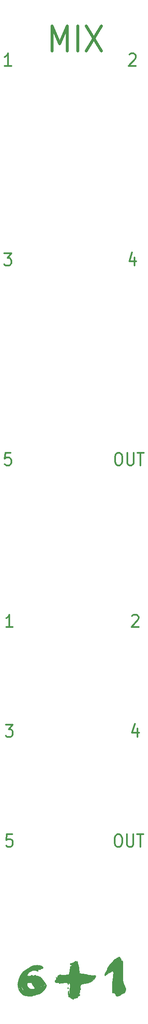
<source format=gbr>
G04 #@! TF.GenerationSoftware,KiCad,Pcbnew,(5.1.9)-1*
G04 #@! TF.CreationDate,2021-08-22T22:13:52+01:00*
G04 #@! TF.ProjectId,Simple Mixer Front Panel,53696d70-6c65-4204-9d69-786572204672,rev?*
G04 #@! TF.SameCoordinates,Original*
G04 #@! TF.FileFunction,Legend,Top*
G04 #@! TF.FilePolarity,Positive*
%FSLAX46Y46*%
G04 Gerber Fmt 4.6, Leading zero omitted, Abs format (unit mm)*
G04 Created by KiCad (PCBNEW (5.1.9)-1) date 2021-08-22 22:13:52*
%MOMM*%
%LPD*%
G01*
G04 APERTURE LIST*
%ADD10C,0.312500*%
%ADD11C,0.625000*%
%ADD12C,0.002000*%
%ADD13C,0.100000*%
G04 APERTURE END LIST*
D10*
X53961057Y-57632928D02*
X53961057Y-59299595D01*
X53425342Y-56680547D02*
X52889628Y-58466262D01*
X54282485Y-58466262D01*
X29350267Y-173190952D02*
X28278839Y-173190952D01*
X28171696Y-174381428D01*
X28278839Y-174262380D01*
X28493125Y-174143333D01*
X29028839Y-174143333D01*
X29243125Y-174262380D01*
X29350267Y-174381428D01*
X29457410Y-174619523D01*
X29457410Y-175214761D01*
X29350267Y-175452857D01*
X29243125Y-175571904D01*
X29028839Y-175690952D01*
X28493125Y-175690952D01*
X28278839Y-175571904D01*
X28171696Y-175452857D01*
X50529785Y-96799595D02*
X50958357Y-96799595D01*
X51172642Y-96918643D01*
X51386928Y-97156738D01*
X51494071Y-97632928D01*
X51494071Y-98466262D01*
X51386928Y-98942452D01*
X51172642Y-99180547D01*
X50958357Y-99299595D01*
X50529785Y-99299595D01*
X50315500Y-99180547D01*
X50101214Y-98942452D01*
X49994071Y-98466262D01*
X49994071Y-97632928D01*
X50101214Y-97156738D01*
X50315500Y-96918643D01*
X50529785Y-96799595D01*
X52458357Y-96799595D02*
X52458357Y-98823404D01*
X52565500Y-99061500D01*
X52672642Y-99180547D01*
X52886928Y-99299595D01*
X53315500Y-99299595D01*
X53529785Y-99180547D01*
X53636928Y-99061500D01*
X53744071Y-98823404D01*
X53744071Y-96799595D01*
X54494071Y-96799595D02*
X55779785Y-96799595D01*
X55136928Y-99299595D02*
X55136928Y-96799595D01*
X29068199Y-96799595D02*
X27996771Y-96799595D01*
X27889628Y-97990071D01*
X27996771Y-97871023D01*
X28211057Y-97751976D01*
X28746771Y-97751976D01*
X28961057Y-97871023D01*
X29068199Y-97990071D01*
X29175342Y-98228166D01*
X29175342Y-98823404D01*
X29068199Y-99061500D01*
X28961057Y-99180547D01*
X28746771Y-99299595D01*
X28211057Y-99299595D01*
X27996771Y-99180547D01*
X27889628Y-99061500D01*
X54521092Y-152024285D02*
X54521092Y-153690952D01*
X53985377Y-151071904D02*
X53449663Y-152857619D01*
X54842520Y-152857619D01*
X50484350Y-173190952D02*
X50912922Y-173190952D01*
X51127207Y-173310000D01*
X51341493Y-173548095D01*
X51448636Y-174024285D01*
X51448636Y-174857619D01*
X51341493Y-175333809D01*
X51127207Y-175571904D01*
X50912922Y-175690952D01*
X50484350Y-175690952D01*
X50270065Y-175571904D01*
X50055779Y-175333809D01*
X49948636Y-174857619D01*
X49948636Y-174024285D01*
X50055779Y-173548095D01*
X50270065Y-173310000D01*
X50484350Y-173190952D01*
X52412922Y-173190952D02*
X52412922Y-175214761D01*
X52520065Y-175452857D01*
X52627207Y-175571904D01*
X52841493Y-175690952D01*
X53270065Y-175690952D01*
X53484350Y-175571904D01*
X53591493Y-175452857D01*
X53698636Y-175214761D01*
X53698636Y-173190952D01*
X54448636Y-173190952D02*
X55734350Y-173190952D01*
X55091493Y-175690952D02*
X55091493Y-173190952D01*
D11*
X37345248Y-16253486D02*
X37345248Y-11253486D01*
X38845248Y-14824915D01*
X40345248Y-11253486D01*
X40345248Y-16253486D01*
X42488105Y-16253486D02*
X42488105Y-11253486D01*
X44202391Y-11253486D02*
X47202391Y-16253486D01*
X47202391Y-11253486D02*
X44202391Y-16253486D01*
D10*
X29175342Y-19299595D02*
X27889628Y-19299595D01*
X28532485Y-19299595D02*
X28532485Y-16799595D01*
X28318199Y-17156738D01*
X28103914Y-17394833D01*
X27889628Y-17513881D01*
X29457410Y-131690952D02*
X28171696Y-131690952D01*
X28814553Y-131690952D02*
X28814553Y-129190952D01*
X28600267Y-129548095D01*
X28385982Y-129786190D01*
X28171696Y-129905238D01*
X28064553Y-151190952D02*
X29457410Y-151190952D01*
X28707410Y-152143333D01*
X29028839Y-152143333D01*
X29243125Y-152262380D01*
X29350267Y-152381428D01*
X29457410Y-152619523D01*
X29457410Y-153214761D01*
X29350267Y-153452857D01*
X29243125Y-153571904D01*
X29028839Y-153690952D01*
X28385982Y-153690952D01*
X28171696Y-153571904D01*
X28064553Y-153452857D01*
X53449663Y-129429047D02*
X53556806Y-129310000D01*
X53771092Y-129190952D01*
X54306806Y-129190952D01*
X54521092Y-129310000D01*
X54628234Y-129429047D01*
X54735377Y-129667142D01*
X54735377Y-129905238D01*
X54628234Y-130262380D01*
X53342520Y-131690952D01*
X54735377Y-131690952D01*
X27782485Y-56799595D02*
X29175342Y-56799595D01*
X28425342Y-57751976D01*
X28746771Y-57751976D01*
X28961057Y-57871023D01*
X29068199Y-57990071D01*
X29175342Y-58228166D01*
X29175342Y-58823404D01*
X29068199Y-59061500D01*
X28961057Y-59180547D01*
X28746771Y-59299595D01*
X28103914Y-59299595D01*
X27889628Y-59180547D01*
X27782485Y-59061500D01*
X52889628Y-17037690D02*
X52996771Y-16918643D01*
X53211057Y-16799595D01*
X53746771Y-16799595D01*
X53961057Y-16918643D01*
X54068199Y-17037690D01*
X54175342Y-17275785D01*
X54175342Y-17513881D01*
X54068199Y-17871023D01*
X52782485Y-19299595D01*
X54175342Y-19299595D01*
D12*
X31133847Y-203490699D02*
G75*
G02*
X31181650Y-203514263I0J-60270D01*
G01*
X30738526Y-203790700D02*
G75*
G02*
X30775693Y-203862603I-352208J-227614D01*
G01*
X30648651Y-203928237D02*
G75*
G02*
X30641589Y-203840699I538978J87537D01*
G01*
X30670065Y-204026011D02*
G75*
G02*
X30648652Y-203928237I883899J244807D01*
G01*
X30817097Y-204274384D02*
G75*
G02*
X30792542Y-204268677I-8921J17296D01*
G01*
X30701359Y-204118796D02*
G75*
G02*
X30670064Y-204026012I825219J330007D01*
G01*
X30833006Y-204249556D02*
G75*
G02*
X30817097Y-204274383I-29400J1329D01*
G01*
X40611292Y-203898146D02*
G75*
G02*
X40625573Y-203920075I-59981J-54677D01*
G01*
X40475986Y-204061324D02*
G75*
G02*
X40472875Y-204028909I47411J20907D01*
G01*
X40497130Y-204082870D02*
G75*
G02*
X40475987Y-204061324I17994J38804D01*
G01*
X30659956Y-203707014D02*
G75*
G02*
X30684512Y-203712722I8921J-17297D01*
G01*
X40625573Y-203920075D02*
G75*
G02*
X40635292Y-203952415I-125533J-55357D01*
G01*
X31261978Y-203628172D02*
G75*
G02*
X31349944Y-203779391I-1573417J-1016470D01*
G01*
X40488527Y-203990700D02*
G75*
G02*
X40515426Y-203952422I337497J-208585D01*
G01*
X40515426Y-203952422D02*
G75*
G02*
X40545129Y-203920075I241481J-191928D01*
G01*
X40545129Y-203920074D02*
G75*
G02*
X40573356Y-203897253I162318J-171899D01*
G01*
X40532625Y-204090700D02*
G75*
G02*
X40497130Y-204082871I0J84378D01*
G01*
X30738527Y-204190699D02*
G75*
G02*
X30701360Y-204118796I352208J227614D01*
G01*
X30644047Y-203731843D02*
G75*
G02*
X30659956Y-203707016I29400J-1329D01*
G01*
X40573355Y-203897253D02*
G75*
G02*
X40594428Y-203890699I21073J-30601D01*
G01*
X40594427Y-203890699D02*
G75*
G02*
X40611291Y-203898145I1J-22819D01*
G01*
X40635292Y-203952414D02*
G75*
G02*
X40638527Y-203990699I-224963J-38286D01*
G01*
X40472876Y-204028909D02*
G75*
G02*
X40488527Y-203990699I122695J-27947D01*
G01*
X40638526Y-203990700D02*
G75*
G02*
X40630420Y-204028855I-93851J1D01*
G01*
X40573050Y-204083087D02*
G75*
G02*
X40532625Y-204090699I-40425J103535D01*
G01*
X30806989Y-203955387D02*
G75*
G02*
X30828402Y-204053162I-883900J-244808D01*
G01*
X40630421Y-204028855D02*
G75*
G02*
X40607418Y-204061324I-92552J41184D01*
G01*
X40607418Y-204061325D02*
G75*
G02*
X40573050Y-204083087I-73086J77400D01*
G01*
X30775694Y-203862603D02*
G75*
G02*
X30806989Y-203955387I-825219J-330007D01*
G01*
X30828402Y-204053161D02*
G75*
G02*
X30835464Y-204140699I-538978J-87538D01*
G01*
X33292208Y-202898926D02*
G75*
G02*
X33316495Y-202934881I-100028J-93750D01*
G01*
X35538036Y-199883251D02*
G75*
G02*
X35494125Y-200027598I-161391J-29757D01*
G01*
X32580915Y-203852148D02*
G75*
G02*
X32344225Y-203462066I842343J777960D01*
G01*
X32962146Y-204132079D02*
G75*
G02*
X32580915Y-203852148I530361J1121844D01*
G01*
X33401497Y-204230700D02*
G75*
G02*
X32962146Y-204132079I1J1027959D01*
G01*
X33456919Y-199542564D02*
G75*
G02*
X33850013Y-199433551I585448J-1347840D01*
G01*
X35083519Y-200198802D02*
G75*
G02*
X35123141Y-200157365I117288J-72488D01*
G01*
X31599709Y-204522292D02*
G75*
G02*
X31518416Y-204515417I-38271J31528D01*
G01*
X31619436Y-204398398D02*
G75*
G02*
X31599709Y-204522291I-115307J-45157D01*
G01*
X36031057Y-203283353D02*
G75*
G02*
X36038527Y-203340699I-216396J-57346D01*
G01*
X35976662Y-203202256D02*
G75*
G02*
X36009152Y-203234762I-65125J-97582D01*
G01*
X33850013Y-199433552D02*
G75*
G02*
X34376456Y-199399051I524866J-3975221D01*
G01*
X32370636Y-202921891D02*
G75*
G02*
X32474044Y-202859832I132199J-103096D01*
G01*
X34376456Y-199399050D02*
G75*
G02*
X34892276Y-199433014I-1558J-3957674D01*
G01*
X36009151Y-203234762D02*
G75*
G02*
X36031057Y-203283354I-135427J-90286D01*
G01*
X35938526Y-203190699D02*
G75*
G02*
X35976662Y-203202256I0J-68699D01*
G01*
X34516210Y-200362997D02*
G75*
G02*
X34551890Y-200268940I143510J-643D01*
G01*
X35187721Y-200122454D02*
G75*
G02*
X35265227Y-200098713I162597J-392435D01*
G01*
X35845996Y-203283354D02*
G75*
G02*
X35867902Y-203234762I157333J-41694D01*
G01*
X35900391Y-203202256D02*
G75*
G02*
X35938527Y-203190699I38136J-57142D01*
G01*
X35243493Y-199543268D02*
G75*
G02*
X35443494Y-199695143I-336562J-650839D01*
G01*
X35838527Y-203340700D02*
G75*
G02*
X35845996Y-203283354I223865J1D01*
G01*
X32344225Y-203462066D02*
G75*
G02*
X32312063Y-203051103I735183J264276D01*
G01*
X33656717Y-203598373D02*
G75*
G02*
X33861528Y-203899352I-1788030J-1436898D01*
G01*
X33357424Y-203130629D02*
G75*
G02*
X33338527Y-203046563I177546J84066D01*
G01*
X35265226Y-200098713D02*
G75*
G02*
X35344428Y-200090699I79202J-387369D01*
G01*
X35040627Y-200235896D02*
G75*
G02*
X34966101Y-200257522I-122305J282261D01*
G01*
X33263526Y-202885239D02*
G75*
G02*
X33292208Y-202898926I-3169J-43539D01*
G01*
X34966100Y-200257522D02*
G75*
G02*
X34874033Y-200261854I-65840J418766D01*
G01*
X33861528Y-203899352D02*
G75*
G02*
X33874101Y-204086101I-186597J-106360D01*
G01*
X35867901Y-203234762D02*
G75*
G02*
X35900391Y-203202256I97615J-65076D01*
G01*
X36009152Y-203446637D02*
G75*
G02*
X35976662Y-203479143I-97615J65076D01*
G01*
X31070900Y-203520968D02*
G75*
G02*
X31133847Y-203490699I62947J-50317D01*
G01*
X31056964Y-203588038D02*
G75*
G02*
X31070900Y-203520968I73071J19800D01*
G01*
X31112956Y-203736612D02*
G75*
G02*
X31056965Y-203588038I745260J365693D01*
G01*
X35494124Y-200027598D02*
G75*
G02*
X35344428Y-200090699I-149696J146014D01*
G01*
X34635723Y-200230319D02*
G75*
G02*
X34777617Y-200246897I7344J-552667D01*
G01*
X35845996Y-203398045D02*
G75*
G02*
X35838527Y-203340699I216396J57345D01*
G01*
X35867902Y-203446637D02*
G75*
G02*
X35845996Y-203398045I135427J90286D01*
G01*
X35938527Y-203490700D02*
G75*
G02*
X35900391Y-203479143I0J68699D01*
G01*
X33332999Y-202986511D02*
G75*
G02*
X33338527Y-203046563I-323429J-60052D01*
G01*
X35976662Y-203479142D02*
G75*
G02*
X35938527Y-203490699I-38136J57141D01*
G01*
X33874101Y-204086101D02*
G75*
G02*
X33737152Y-204198769I-171902J69383D01*
G01*
X35123141Y-200157365D02*
G75*
G02*
X35187721Y-200122455I201521J-295604D01*
G01*
X33316496Y-202934880D02*
G75*
G02*
X33332999Y-202986511I-195877J-91064D01*
G01*
X32474044Y-202859832D02*
G75*
G02*
X32682484Y-202847704I156960J-900390D01*
G01*
X35083518Y-200198802D02*
G75*
G02*
X35040627Y-200235897I-80530J49770D01*
G01*
X35900392Y-203479142D02*
G75*
G02*
X35867902Y-203446637I65124J97581D01*
G01*
X34530774Y-200527967D02*
G75*
G02*
X34516211Y-200362997I881692J160960D01*
G01*
X34892277Y-199433013D02*
G75*
G02*
X35243493Y-199543267I-139723J-1059626D01*
G01*
X34874033Y-200261855D02*
G75*
G02*
X34777617Y-200246897I32856J530018D01*
G01*
X34551890Y-200268941D02*
G75*
G02*
X34635723Y-200230319I85342J-74949D01*
G01*
X36038526Y-203340699D02*
G75*
G02*
X36031057Y-203398045I-223865J-1D01*
G01*
X36031058Y-203398045D02*
G75*
G02*
X36009152Y-203446637I-157334J41694D01*
G01*
X35443495Y-199695142D02*
G75*
G02*
X35538036Y-199883251I-275691J-256372D01*
G01*
X33737152Y-204198768D02*
G75*
G02*
X33401498Y-204230699I-335653J1748217D01*
G01*
X32312063Y-203051102D02*
G75*
G02*
X32370637Y-202921891I297082J-56792D01*
G01*
X34234412Y-201562801D02*
G75*
G02*
X34333382Y-201546410I138655J-530216D01*
G01*
X34969865Y-201732693D02*
G75*
G02*
X35037115Y-201763447I-87377J-279972D01*
G01*
X33372477Y-201423197D02*
G75*
G02*
X33431719Y-201479685I-78452J-141587D01*
G01*
X33482130Y-201536836D02*
G75*
G02*
X33431719Y-201479685I142030J176087D01*
G01*
X33539764Y-201559617D02*
G75*
G02*
X33482130Y-201536836I7704J103785D01*
G01*
X34442865Y-201546212D02*
G75*
G02*
X34546039Y-201560906I-49443J-716739D01*
G01*
X35057125Y-201970795D02*
G75*
G02*
X35055817Y-201949250I19289J11983D01*
G01*
X32478723Y-201109657D02*
G75*
G02*
X32706316Y-200822564I848092J-438567D01*
G01*
X32389978Y-201532595D02*
G75*
G02*
X32345386Y-201476546I14679J57441D01*
G01*
X32488526Y-201526862D02*
G75*
G02*
X32389978Y-201532595I-58276J151865D01*
G01*
X34546038Y-201560907D02*
G75*
G02*
X34625049Y-201589748I-65912J-303205D01*
G01*
X34062537Y-201553508D02*
G75*
G02*
X34078791Y-201506452I112861J-12650D01*
G01*
X32545922Y-201512896D02*
G75*
G02*
X32594464Y-201518253I12344J-110745D01*
G01*
X32664435Y-201610808D02*
G75*
G02*
X32638527Y-201578383I7337J32425D01*
G01*
X36238527Y-203469610D02*
G75*
G02*
X36177859Y-203702855I-478702J0D01*
G01*
X35094040Y-201855184D02*
G75*
G02*
X35079414Y-201905444I-97977J1254D01*
G01*
X32845618Y-201581909D02*
G75*
G02*
X32733995Y-201612679I-208810J539637D01*
G01*
X33296574Y-201407052D02*
G75*
G02*
X33372477Y-201423197I11518J-132346D01*
G01*
X33900290Y-201418455D02*
G75*
G02*
X34033667Y-201394925I127957J-335528D01*
G01*
X34079055Y-201580099D02*
G75*
G02*
X34062536Y-201553508I8609J23774D01*
G01*
X34333382Y-201546410D02*
G75*
G02*
X34442865Y-201546213I56133J-773168D01*
G01*
X35080105Y-201806018D02*
G75*
G02*
X35094040Y-201855184I-75723J-48019D01*
G01*
X35111640Y-201957316D02*
G75*
G02*
X35073936Y-201976318I-128097J207264D01*
G01*
X35947718Y-204069752D02*
G75*
G02*
X35639522Y-204462813I-3827687J2683900D01*
G01*
X35111640Y-201957316D02*
G75*
G02*
X35252626Y-201981889I56656J-91673D01*
G01*
X35639522Y-204462813D02*
G75*
G02*
X35296744Y-204812750I-3256516J2847047D01*
G01*
X33719235Y-201501024D02*
G75*
G02*
X33900289Y-201418456I739484J-1381736D01*
G01*
X34530773Y-200527967D02*
G75*
G02*
X34522858Y-200555598I-31872J-5819D01*
G01*
X34522858Y-200555598D02*
G75*
G02*
X34494194Y-200571246I-36986J33675D01*
G01*
X34494194Y-200571246D02*
G75*
G02*
X34445218Y-200570510I-22491J133309D01*
G01*
X32345386Y-201476546D02*
G75*
G02*
X32371183Y-201339899I333320J7832D01*
G01*
X32488526Y-201526862D02*
G75*
G02*
X32545922Y-201512895I83086J-216518D01*
G01*
X34445218Y-200570510D02*
G75*
G02*
X34383874Y-200552751I74016J370500D01*
G01*
X35037115Y-201763447D02*
G75*
G02*
X35080105Y-201806017I-71433J-115131D01*
G01*
X34296303Y-200524664D02*
G75*
G02*
X34383874Y-200552751I-206605J-794696D01*
G01*
X32706316Y-200822565D02*
G75*
G02*
X33064140Y-200585195I1149144J-1343897D01*
G01*
X32594464Y-201518253D02*
G75*
G02*
X32626384Y-201541616I-21671J-63095D01*
G01*
X34086473Y-201432610D02*
G75*
G02*
X34078791Y-201506452I-80290J-28968D01*
G01*
X34132429Y-201584845D02*
G75*
G02*
X34079056Y-201580099I-17718J103217D01*
G01*
X32733995Y-201612679D02*
G75*
G02*
X32664435Y-201610809I-30062J176436D01*
G01*
X33719235Y-201501025D02*
G75*
G02*
X33614025Y-201548854I-421627J787817D01*
G01*
X35055817Y-201949250D02*
G75*
G02*
X35079414Y-201905444I379710J-176285D01*
G01*
X35073935Y-201976319D02*
G75*
G02*
X35057124Y-201970796I-5110J12792D01*
G01*
X33469569Y-200440641D02*
G75*
G02*
X33838625Y-200429116I214525J-954859D01*
G01*
X36177859Y-203702855D02*
G75*
G02*
X35947718Y-204069752I-3688434J2057989D01*
G01*
X32626384Y-201541616D02*
G75*
G02*
X32638527Y-201578383I-49592J-36767D01*
G01*
X34033666Y-201394925D02*
G75*
G02*
X34086473Y-201432610I-861J-57048D01*
G01*
X36157458Y-203204813D02*
G75*
G02*
X36238527Y-203469610I-391919J-264797D01*
G01*
X33064140Y-200585195D02*
G75*
G02*
X33469569Y-200440640I794658J-1587933D01*
G01*
X33614025Y-201548853D02*
G75*
G02*
X33539765Y-201559617I-61422J162212D01*
G01*
X33184153Y-201434105D02*
G75*
G02*
X33296573Y-201407052I146114J-360083D01*
G01*
X46103753Y-201515072D02*
G75*
G02*
X46094273Y-201653405I-390343J-42743D01*
G01*
X44429931Y-201270261D02*
G75*
G02*
X44519796Y-201316660I-60763J-227911D01*
G01*
X44610800Y-201359005D02*
G75*
G02*
X44519796Y-201316660I35003J194186D01*
G01*
X35083295Y-204987633D02*
G75*
G02*
X34879180Y-205113924I-892952J1215119D01*
G01*
X34879180Y-205113924D02*
G75*
G02*
X34669607Y-205199737I-603846J1175904D01*
G01*
X33002413Y-199768216D02*
G75*
G02*
X33456919Y-199542564I2435146J-4334275D01*
G01*
X31288445Y-205150061D02*
G75*
G02*
X30954585Y-204782720I1453051J1656002D01*
G01*
X30472499Y-203250375D02*
G75*
G02*
X30503227Y-202981182I1842043J-73919D01*
G01*
X33245610Y-205563832D02*
G75*
G02*
X32678798Y-205585364I-442240J4170273D01*
G01*
X42022438Y-198638752D02*
G75*
G02*
X42143714Y-198600256I130562J-201037D01*
G01*
X31669697Y-205396155D02*
G75*
G02*
X31288445Y-205150061I640306J1410338D01*
G01*
X30695353Y-204327676D02*
G75*
G02*
X30534716Y-203822342I2361961J1029026D01*
G01*
X46048936Y-201446948D02*
G75*
G02*
X46103753Y-201515072I-25908J-76964D01*
G01*
X30583015Y-202618689D02*
G75*
G02*
X30763629Y-202026774I5997240J-1506454D01*
G01*
X30990280Y-201507006D02*
G75*
G02*
X31256083Y-201071886I3141270J-1620172D01*
G01*
X42466892Y-198690699D02*
G75*
G02*
X42538138Y-198956858I-2209991J-734194D01*
G01*
X42885531Y-200985853D02*
G75*
G02*
X42863916Y-200931987I144268J89163D01*
G01*
X42437930Y-198622567D02*
G75*
G02*
X42466892Y-198690699I-404100J-212003D01*
G01*
X35296743Y-204812750D02*
G75*
G02*
X35083295Y-204987633I-1765497J1937123D01*
G01*
X34669607Y-205199736D02*
G75*
G02*
X34440188Y-205252604I-460069J1472260D01*
G01*
X42214982Y-198643135D02*
G75*
G02*
X42245555Y-198765699I-280469J-135057D01*
G01*
X32107952Y-205529612D02*
G75*
G02*
X31669696Y-205396155I288954J1735215D01*
G01*
X30954584Y-204782721D02*
G75*
G02*
X30695352Y-204327676I1989440J1434718D01*
G01*
X33668400Y-205455554D02*
G75*
G02*
X33824160Y-205398880I682729J-1634003D01*
G01*
X33668399Y-205455554D02*
G75*
G02*
X33245610Y-205563832I-581982J1392884D01*
G01*
X32678798Y-205585365D02*
G75*
G02*
X32107953Y-205529611I126031J4240660D01*
G01*
X31554597Y-200734934D02*
G75*
G02*
X31902920Y-200456600I2241157J-2447588D01*
G01*
X30482851Y-203506554D02*
G75*
G02*
X30472499Y-203250375I1582707J192254D01*
G01*
X30763629Y-202026774D02*
G75*
G02*
X30990280Y-201507006I4107072J-1481635D01*
G01*
X42932864Y-201019802D02*
G75*
G02*
X42885531Y-200985853I17044J73736D01*
G01*
X42410446Y-198612133D02*
G75*
G02*
X42437929Y-198622568I7850J-20735D01*
G01*
X31256083Y-201071886D02*
G75*
G02*
X31554597Y-200734934I1756945J-1255811D01*
G01*
X41822155Y-198782114D02*
G75*
G02*
X42022438Y-198638752I1682528J-2138987D01*
G01*
X42143713Y-198600255D02*
G75*
G02*
X42214982Y-198643135I2938J-75784D01*
G01*
X42266184Y-198872887D02*
G75*
G02*
X42251518Y-198862691I-3124J11153D01*
G01*
X42286108Y-198855559D02*
G75*
G02*
X42266184Y-198872888I-28234J12343D01*
G01*
X42379947Y-198639990D02*
G75*
G02*
X42410446Y-198612133I50300J-24446D01*
G01*
X45897095Y-201421308D02*
G75*
G02*
X46048936Y-201446948I-4834J-491055D01*
G01*
X43038513Y-203990692D02*
G75*
G02*
X43089250Y-204029308I-173063J-280022D01*
G01*
X42925913Y-204633452D02*
G75*
G02*
X42887200Y-204788646I-1408004J268802D01*
G01*
X41578133Y-206239771D02*
G75*
G02*
X41551410Y-206236726I-10956J22629D01*
G01*
X42660037Y-205299042D02*
G75*
G02*
X42639069Y-205283328I-4596J15714D01*
G01*
X43006589Y-204180661D02*
G75*
G02*
X43049203Y-204134101I103484J-51931D01*
G01*
X43082519Y-203398713D02*
G75*
G02*
X43269330Y-203223478I585615J-437107D01*
G01*
X42167742Y-205943534D02*
G75*
G02*
X42225536Y-205939394I42668J-190165D01*
G01*
X42010564Y-206045737D02*
G75*
G02*
X41962345Y-206045215I-22748J126177D01*
G01*
X42938527Y-204500120D02*
G75*
G02*
X42946686Y-204381180I870955J1D01*
G01*
X42962599Y-203748785D02*
G75*
G02*
X42982749Y-203617005I1030598J-90152D01*
G01*
X42450223Y-205877159D02*
G75*
G02*
X42400357Y-205932476I-170268J103352D01*
G01*
X41621363Y-206207718D02*
G75*
G02*
X41578133Y-206239771I-106267J98147D01*
G01*
X42965905Y-203857354D02*
G75*
G02*
X42962599Y-203748785I457451J68264D01*
G01*
X42938526Y-204500120D02*
G75*
G02*
X42925913Y-204633452I-711016J1D01*
G01*
X42639069Y-205283328D02*
G75*
G02*
X42652322Y-205237575I85604J0D01*
G01*
X41388527Y-206090700D02*
G75*
G02*
X41445829Y-206099682I0J-187269D01*
G01*
X41673356Y-206144534D02*
G75*
G02*
X41732958Y-206078958I336996J-246419D01*
G01*
X41494464Y-206125689D02*
G75*
G02*
X41526978Y-206164386I-78761J-99185D01*
G01*
X42889137Y-205242730D02*
G75*
G02*
X42934040Y-205292992I-1383J-46424D01*
G01*
X42763798Y-205264027D02*
G75*
G02*
X42889138Y-205242730I115716J-301550D01*
G01*
X41864912Y-206015418D02*
G75*
G02*
X41916446Y-206027053I8868J-80670D01*
G01*
X42885078Y-205390219D02*
G75*
G02*
X42745299Y-205487075I-490765J558967D01*
G01*
X42118193Y-205963545D02*
G75*
G02*
X42167742Y-205943535I85571J-140536D01*
G01*
X42342444Y-205957920D02*
G75*
G02*
X42282695Y-205952299I-19821J109671D01*
G01*
X42934040Y-205292992D02*
G75*
G02*
X42885078Y-205390219I-144875J12015D01*
G01*
X46094274Y-201653405D02*
G75*
G02*
X46044248Y-201773203I-422233J105974D01*
G01*
X42589501Y-205621016D02*
G75*
G02*
X42666492Y-205541828I555400J-462968D01*
G01*
X42982748Y-203617005D02*
G75*
G02*
X43082519Y-203398713I555768J-122067D01*
G01*
X43093713Y-204098252D02*
G75*
G02*
X43049203Y-204134101I-165537J159976D01*
G01*
X42486265Y-205797825D02*
G75*
G02*
X42450222Y-205877158I-349472J110917D01*
G01*
X42084819Y-205996698D02*
G75*
G02*
X42053583Y-206028671I-87055J53803D01*
G01*
X45611543Y-202327654D02*
G75*
G02*
X45284219Y-202607363I-1650826J1600470D01*
G01*
X45284219Y-202607363D02*
G75*
G02*
X44930243Y-202800504I-1021406J1451020D01*
G01*
X44930243Y-202800504D02*
G75*
G02*
X44489847Y-202932631I-919863J2266010D01*
G01*
X42991549Y-203939103D02*
G75*
G02*
X42965905Y-203857355I247342J122486D01*
G01*
X43089251Y-204029308D02*
G75*
G02*
X43106038Y-204064167I-35962J-38790D01*
G01*
X43106038Y-204064166D02*
G75*
G02*
X43093713Y-204098253I-44188J-3294D01*
G01*
X42486265Y-205797826D02*
G75*
G02*
X42525577Y-205710868I388760J-123387D01*
G01*
X42400357Y-205932476D02*
G75*
G02*
X42342444Y-205957920I-82055J108135D01*
G01*
X42053583Y-206028672D02*
G75*
G02*
X42010563Y-206045736I-63760J97981D01*
G01*
X41445829Y-206099682D02*
G75*
G02*
X41494464Y-206125689I-47113J-146583D01*
G01*
X42666492Y-205541827D02*
G75*
G02*
X42745299Y-205487075I274735J-311344D01*
G01*
X41551410Y-206236725D02*
G75*
G02*
X41538527Y-206209812I21668J26913D01*
G01*
X42525576Y-205710867D02*
G75*
G02*
X42589501Y-205621015I617928J-371952D01*
G01*
X42084820Y-205996698D02*
G75*
G02*
X42118193Y-205963545I85877J-53075D01*
G01*
X41962345Y-206045215D02*
G75*
G02*
X41916446Y-206027053I27879J137537D01*
G01*
X43540615Y-203098119D02*
G75*
G02*
X43888527Y-203027094I580766J-1957207D01*
G01*
X43269330Y-203223477D02*
G75*
G02*
X43540615Y-203098119I566663J-870080D01*
G01*
X42887199Y-204788646D02*
G75*
G02*
X42830736Y-204940600I-1395985J432259D01*
G01*
X42946686Y-204381180D02*
G75*
G02*
X42971038Y-204269835I721520J-99464D01*
G01*
X42225536Y-205939394D02*
G75*
G02*
X42282695Y-205952299I-15807J-203051D01*
G01*
X41800381Y-206033964D02*
G75*
G02*
X41864913Y-206015419I86171J-178302D01*
G01*
X42971038Y-204269835D02*
G75*
G02*
X43006589Y-204180662I536571J-162247D01*
G01*
X41673356Y-206144535D02*
G75*
G02*
X41621363Y-206207719I-578047J422679D01*
G01*
X41732958Y-206078959D02*
G75*
G02*
X41800381Y-206033964I195359J-219726D01*
G01*
X42830737Y-204940600D02*
G75*
G02*
X42763798Y-205064406I-765283J333767D01*
G01*
X43038514Y-203990691D02*
G75*
G02*
X42991549Y-203939102I66658J107855D01*
G01*
X41526978Y-206164385D02*
G75*
G02*
X41538527Y-206209812I-83569J-45428D01*
G01*
X40708215Y-204475288D02*
G75*
G02*
X40723256Y-204542125I-166431J-72563D01*
G01*
X40769058Y-205161528D02*
G75*
G02*
X40741459Y-204994511I1438692J323528D01*
G01*
X40583875Y-203340733D02*
G75*
G02*
X40571377Y-203344241I-7182J1571D01*
G01*
X41012212Y-203638973D02*
G75*
G02*
X40959238Y-204099427I-3859634J210769D01*
G01*
X38215466Y-202216401D02*
G75*
G02*
X38126854Y-202326266I-813464J565436D01*
G01*
X38163625Y-202892579D02*
G75*
G02*
X37974735Y-202775538I38938J273785D01*
G01*
X40634561Y-203137323D02*
G75*
G02*
X40679081Y-203055385I445832J-189171D01*
G01*
X40851061Y-205348446D02*
G75*
G02*
X40806843Y-205293430I55601J89965D01*
G01*
X40913696Y-205029348D02*
G75*
G02*
X40901182Y-204842216I1527646J196138D01*
G01*
X38804312Y-203041297D02*
G75*
G02*
X38784216Y-203021738I931J21059D01*
G01*
X38795699Y-202938582D02*
G75*
G02*
X38794047Y-202981767I-38951J-20134D01*
G01*
X38523322Y-202902532D02*
G75*
G02*
X38163625Y-202892579I-136230J1581228D01*
G01*
X37974735Y-202775538D02*
G75*
G02*
X37957417Y-202580572I163980J112818D01*
G01*
X38758777Y-202908155D02*
G75*
G02*
X38795700Y-202938582I-17074J-58337D01*
G01*
X41123875Y-205964985D02*
G75*
G02*
X41034879Y-205887052I543455J710384D01*
G01*
X41388527Y-206090699D02*
G75*
G02*
X41316849Y-206076740I0J191006D01*
G01*
X41222768Y-206030878D02*
G75*
G02*
X41123875Y-205964985I454497J789265D01*
G01*
X38989322Y-202990397D02*
G75*
G02*
X39132052Y-202951864I264105J-694652D01*
G01*
X38784216Y-203021738D02*
G75*
G02*
X38794047Y-202981767I66791J4767D01*
G01*
X40925096Y-205309399D02*
G75*
G02*
X40896165Y-205349385I-57772J11340D01*
G01*
X40793536Y-205728821D02*
G75*
G02*
X40866504Y-205758398I-108524J-372533D01*
G01*
X40747659Y-205735055D02*
G75*
G02*
X40793536Y-205728821I29946J-48453D01*
G01*
X40931396Y-205206986D02*
G75*
G02*
X40925096Y-205309398I-387691J-27551D01*
G01*
X40685584Y-204475822D02*
G75*
G02*
X40708216Y-204475289I11425J-4353D01*
G01*
X38251625Y-202037116D02*
G75*
G02*
X38254283Y-202126280I-184235J-50114D01*
G01*
X38209146Y-201932411D02*
G75*
G02*
X38251624Y-202037116I-413617J-228769D01*
G01*
X40896165Y-205349385D02*
G75*
G02*
X40851060Y-205348446I-21756J38718D01*
G01*
X40733804Y-202990046D02*
G75*
G02*
X40790696Y-202953704I117153J-120697D01*
G01*
X40790696Y-202953703D02*
G75*
G02*
X40916484Y-203002514I35980J-93765D01*
G01*
X38668833Y-202895654D02*
G75*
G02*
X38758777Y-202908156I2646J-310774D01*
G01*
X40741459Y-204994512D02*
G75*
G02*
X40729931Y-204809798I2091474J223248D01*
G01*
X40916484Y-203002514D02*
G75*
G02*
X40994401Y-203249941I-732448J-366636D01*
G01*
X40311616Y-202896067D02*
G75*
G02*
X40455583Y-202926912I-10296J-399453D01*
G01*
X40679080Y-203055385D02*
G75*
G02*
X40733804Y-202990046I343164J-231826D01*
G01*
X41316849Y-206076740D02*
G75*
G02*
X41222768Y-206030878I285275J704640D01*
G01*
X40950783Y-205812852D02*
G75*
G02*
X41034879Y-205887052I-551410J-709705D01*
G01*
X40523924Y-203002681D02*
G75*
G02*
X40552145Y-203165699I-651026J-196655D01*
G01*
X40806844Y-205293430D02*
G75*
G02*
X40769059Y-205161529I1120967J392477D01*
G01*
X40571377Y-203344241D02*
G75*
G02*
X40560644Y-203319661I28210J26951D01*
G01*
X38867988Y-203032809D02*
G75*
G02*
X38804313Y-203041298I-55608J174061D01*
G01*
X40866503Y-205758398D02*
G75*
G02*
X40950783Y-205812852I-270385J-510933D01*
G01*
X40747659Y-205735055D02*
G75*
G02*
X40666180Y-205698737I-28372J45906D01*
G01*
X40613833Y-205317199D02*
G75*
G02*
X40596322Y-204898867I3991232J376604D01*
G01*
X40607992Y-203224155D02*
G75*
G02*
X40634561Y-203137324I427849J-83435D01*
G01*
X40596322Y-204898867D02*
G75*
G02*
X40641137Y-204606137I1049838J-10927D01*
G01*
X37957417Y-202580571D02*
G75*
G02*
X38126854Y-202326266I861295J-390261D01*
G01*
X40455583Y-202926912D02*
G75*
G02*
X40523924Y-203002682I-46188J-110365D01*
G01*
X40994401Y-203249941D02*
G75*
G02*
X41012212Y-203638973I-1923815J-283003D01*
G01*
X38254283Y-202126280D02*
G75*
G02*
X38215466Y-202216402I-240876J50329D01*
G01*
X51480910Y-198538855D02*
G75*
G02*
X51525107Y-198637898I-161647J-131515D01*
G01*
X41150371Y-199653262D02*
G75*
G02*
X41053713Y-199650085I-45559J85858D01*
G01*
X52082500Y-203912581D02*
G75*
G02*
X52122795Y-204089971I-1262828J-380130D01*
G01*
X41419115Y-198980436D02*
G75*
G02*
X41291381Y-199007114I-212381J697730D01*
G01*
X40986045Y-199249964D02*
G75*
G02*
X40968790Y-199163077I37431J52590D01*
G01*
X52122795Y-204089970D02*
G75*
G02*
X52135346Y-204261650I-1046365J-162796D01*
G01*
X41378296Y-199436074D02*
G75*
G02*
X41282525Y-199558195I-462040J263731D01*
G01*
X41330419Y-199328742D02*
G75*
G02*
X41367098Y-199352604I-38017J-98558D01*
G01*
X41113526Y-199290699D02*
G75*
G02*
X41191441Y-199295261I0J-667694D01*
G01*
X51339422Y-198526658D02*
G75*
G02*
X51283060Y-198497237I15374J98148D01*
G01*
X41267076Y-199308884D02*
G75*
G02*
X41330419Y-199328742I-122418J-501442D01*
G01*
X51939686Y-203611650D02*
G75*
G02*
X52019689Y-203747174I-636577J-467159D01*
G01*
X41113527Y-199290700D02*
G75*
G02*
X40986045Y-199249964I0J219845D01*
G01*
X51238818Y-198425894D02*
G75*
G02*
X51205762Y-198308330I797627J287707D01*
G01*
X40968790Y-199163077D02*
G75*
G02*
X41089550Y-199060332I223178J-139969D01*
G01*
X51586670Y-202341145D02*
G75*
G02*
X51528466Y-201177604I13264576J1246763D01*
G01*
X51407978Y-198519399D02*
G75*
G02*
X51480910Y-198538854I23043J-60046D01*
G01*
X41016728Y-199664372D02*
G75*
G02*
X41053713Y-199650085I23907J-6873D01*
G01*
X51407978Y-198519397D02*
G75*
G02*
X51339422Y-198526658I-47876J124763D01*
G01*
X41367098Y-199352604D02*
G75*
G02*
X41378296Y-199436073I-49069J-49069D01*
G01*
X38147124Y-201817889D02*
G75*
G02*
X38148803Y-201796442I17733J9401D01*
G01*
X41708040Y-198857890D02*
G75*
G02*
X41565861Y-198927166I-730958J1319648D01*
G01*
X50930731Y-197785595D02*
G75*
G02*
X51019736Y-197872237I-269435J-365818D01*
G01*
X51714057Y-203121596D02*
G75*
G02*
X51586670Y-202341145I5659508J1324378D01*
G01*
X41822155Y-198782114D02*
G75*
G02*
X41708039Y-198857890I-527637J670780D01*
G01*
X50730626Y-197794878D02*
G75*
G02*
X50846889Y-197762296I147396J-302240D01*
G01*
X51175189Y-198193532D02*
G75*
G02*
X51205762Y-198308330I-968993J-319533D01*
G01*
X38148803Y-201796441D02*
G75*
G02*
X38166275Y-201794110I9881J-7414D01*
G01*
X41191441Y-199295261D02*
G75*
G02*
X41267076Y-199308884I-73263J-623536D01*
G01*
X38343446Y-201923097D02*
G75*
G02*
X38257998Y-201867304I217458J426366D01*
G01*
X38395703Y-201917888D02*
G75*
G02*
X38343446Y-201923097I-30183J38070D01*
G01*
X38434102Y-201859559D02*
G75*
G02*
X38395704Y-201917887I-107732J29119D01*
G01*
X51939686Y-203611650D02*
G75*
G02*
X51714057Y-203121596I1086025J796992D01*
G01*
X38472166Y-201697499D02*
G75*
G02*
X38585063Y-201485188I410463J-82093D01*
G01*
X38585064Y-201485189D02*
G75*
G02*
X38799732Y-201361602I332034J-328507D01*
G01*
X40664178Y-201282754D02*
G75*
G02*
X40480537Y-201311959I-370389J1737030D01*
G01*
X51283061Y-198497238D02*
G75*
G02*
X51238819Y-198425894I146146J140018D01*
G01*
X51525108Y-198637898D02*
G75*
G02*
X51543184Y-198865454I-1461965J-230629D01*
G01*
X51019736Y-197872236D02*
G75*
G02*
X51073985Y-197955864I-456444J-355509D01*
G01*
X41282525Y-199558195D02*
G75*
G02*
X41150371Y-199653263I-414057J436195D01*
G01*
X40743403Y-201234823D02*
G75*
G02*
X40664178Y-201282754I-108678J90194D01*
G01*
X40783929Y-201152699D02*
G75*
G02*
X40743403Y-201234824I-192283J43822D01*
G01*
X41089551Y-199060333D02*
G75*
G02*
X41291381Y-199007114I287723J-681858D01*
G01*
X52019689Y-203747174D02*
G75*
G02*
X52082500Y-203912580I-1139230J-527240D01*
G01*
X38799731Y-201361601D02*
G75*
G02*
X39187454Y-201310769I398384J-1534583D01*
G01*
X40480537Y-201311958D02*
G75*
G02*
X40232168Y-201326338I-275397J2604642D01*
G01*
X41565861Y-198927166D02*
G75*
G02*
X41419115Y-198980435I-577984J1363459D01*
G01*
X50846889Y-197762296D02*
G75*
G02*
X50930731Y-197785595I11322J-121761D01*
G01*
X51282230Y-205143013D02*
G75*
G02*
X51440705Y-205053257I579700J-838743D01*
G01*
X51237509Y-205227363D02*
G75*
G02*
X51282230Y-205143014I103662J-930D01*
G01*
X49395107Y-200607440D02*
G75*
G02*
X49514933Y-200569990I287091J-708146D01*
G01*
X48138527Y-201392732D02*
G75*
G02*
X48130885Y-201430117I-95271J0D01*
G01*
X51237509Y-205227362D02*
G75*
G02*
X51150581Y-205371605I-165603J1486D01*
G01*
X48479996Y-200040507D02*
G75*
G02*
X48625279Y-199786831I2131893J-1052514D01*
G01*
X49752312Y-204913803D02*
G75*
G02*
X49824250Y-204945954I-34754J-174318D01*
G01*
X50077984Y-205202819D02*
G75*
G02*
X50124788Y-205284384I-578861J-386379D01*
G01*
X48422452Y-200312619D02*
G75*
G02*
X48365089Y-200455590I-1639084J574644D01*
G01*
X48038528Y-201490700D02*
G75*
G02*
X47956096Y-201428235I-1J85622D01*
G01*
X49514933Y-200569990D02*
G75*
G02*
X49613199Y-200557476I115486J-514791D01*
G01*
X48438527Y-200218183D02*
G75*
G02*
X48422452Y-200312619I-285438J0D01*
G01*
X51150581Y-205371605D02*
G75*
G02*
X50813829Y-205522679I-1196693J2216639D01*
G01*
X49666282Y-200578454D02*
G75*
G02*
X49694489Y-200649862I-68223J-68225D01*
G01*
X48130885Y-201430116D02*
G75*
G02*
X48109152Y-201461921I-90873J38768D01*
G01*
X48138527Y-201392732D02*
G75*
G02*
X48160146Y-201342403I69392J0D01*
G01*
X50454852Y-205623533D02*
G75*
G02*
X50272877Y-205577712I-43078J213181D01*
G01*
X49696492Y-204925331D02*
G75*
G02*
X49752312Y-204913803I41526J-60169D01*
G01*
X49932422Y-205035174D02*
G75*
G02*
X50011301Y-205115567I-637173J-704070D01*
G01*
X50813829Y-205522679D02*
G75*
G02*
X50454853Y-205623532I-855142J2354494D01*
G01*
X49602993Y-198562570D02*
G75*
G02*
X49846544Y-198328408I1872477J-1703817D01*
G01*
X50221471Y-205526014D02*
G75*
G02*
X50177992Y-205463051I357995J293707D01*
G01*
X49846544Y-198328408D02*
G75*
G02*
X50109347Y-198137838I1460525J-1737630D01*
G01*
X48076694Y-201483227D02*
G75*
G02*
X48038527Y-201490699I-38168J93747D01*
G01*
X52135346Y-204261650D02*
G75*
G02*
X52104307Y-204529302I-1260730J10577D01*
G01*
X50124788Y-205284384D02*
G75*
G02*
X50138527Y-205343954I-122275J-59570D01*
G01*
X49646295Y-204978129D02*
G75*
G02*
X49499926Y-204946154I-67556J41752D01*
G01*
X48109151Y-201461922D02*
G75*
G02*
X48076693Y-201483228I-70379J71841D01*
G01*
X51625957Y-204989106D02*
G75*
G02*
X51774763Y-204983630I87635J-356816D01*
G01*
X48160146Y-201342403D02*
G75*
G02*
X48258549Y-201256851I1027361J-1082324D01*
G01*
X50272877Y-205577712D02*
G75*
G02*
X50221471Y-205526014I244139J294169D01*
G01*
X48438527Y-200218183D02*
G75*
G02*
X48479997Y-200040507I401355J0D01*
G01*
X50148173Y-205398842D02*
G75*
G02*
X50138527Y-205343954I151345J54888D01*
G01*
X48365090Y-200455590D02*
G75*
G02*
X48284218Y-200614926I-1860220J843967D01*
G01*
X47956096Y-201428234D02*
G75*
G02*
X47950694Y-201271414I318513J89476D01*
G01*
X50011300Y-205115567D02*
G75*
G02*
X50077983Y-205202819I-647443J-563919D01*
G01*
X49499926Y-204946154D02*
G75*
G02*
X49443293Y-204136360I7519175J932732D01*
G01*
X48258549Y-201256852D02*
G75*
G02*
X48390602Y-201161834I1050463J-1320632D01*
G01*
X49268995Y-200667582D02*
G75*
G02*
X49395107Y-200607440I565092J-1022660D01*
G01*
X50177992Y-205463052D02*
G75*
G02*
X50148172Y-205398842I353761J203323D01*
G01*
X49646295Y-204978130D02*
G75*
G02*
X49696492Y-204925331I151074J-93368D01*
G01*
X52104307Y-204529303D02*
G75*
G02*
X52017235Y-204773236I-1052134J238055D01*
G01*
X52017234Y-204773235D02*
G75*
G02*
X51898758Y-204942262I-625492J312392D01*
G01*
X49824250Y-204945955D02*
G75*
G02*
X49932422Y-205035175I-917513J-1222589D01*
G01*
X47950694Y-201271413D02*
G75*
G02*
X48032048Y-201036612I948904J-197283D01*
G01*
X48032048Y-201036612D02*
G75*
G02*
X48188527Y-200769218I2059446J-1025705D01*
G01*
X51898759Y-204942263D02*
G75*
G02*
X51774763Y-204983630I-100844J95753D01*
G01*
X49613199Y-200557475D02*
G75*
G02*
X49666282Y-200578455I2342J-71721D01*
G01*
X51440705Y-205053257D02*
G75*
G02*
X51625958Y-204989106I438279J-966088D01*
G01*
D13*
G36*
X34892277Y-199433014D02*
G01*
X35243492Y-199543268D01*
X35443495Y-199695143D01*
X35538036Y-199883251D01*
X35494124Y-200027598D01*
X35344428Y-200090699D01*
X35187721Y-200122455D01*
X35002988Y-200149032D01*
X35083519Y-200198802D01*
X35040627Y-200235897D01*
X34966101Y-200257522D01*
X34874033Y-200261855D01*
X34777617Y-200246897D01*
X34635723Y-200230319D01*
X34551890Y-200268941D01*
X34530773Y-200527967D01*
X34522858Y-200555598D01*
X34445218Y-200570510D01*
X34296303Y-200524664D01*
X33996977Y-200457115D01*
X33838625Y-200429116D01*
X33469569Y-200440640D01*
X33064140Y-200585195D01*
X32706316Y-200822564D01*
X32478723Y-201109658D01*
X32371183Y-201339899D01*
X32345386Y-201476546D01*
X32389978Y-201532595D01*
X32488526Y-201526862D01*
X32545922Y-201512896D01*
X32626384Y-201541616D01*
X32664435Y-201610808D01*
X32733995Y-201612679D01*
X33184152Y-201434105D01*
X33296573Y-201407052D01*
X33372477Y-201423197D01*
X33482130Y-201536836D01*
X33614025Y-201548854D01*
X33719235Y-201501024D01*
X34033666Y-201394925D01*
X34086473Y-201432610D01*
X34078791Y-201506452D01*
X34079055Y-201580100D01*
X34175398Y-201566158D01*
X34333382Y-201546410D01*
X34442865Y-201546213D01*
X34625049Y-201589748D01*
X34793773Y-201667358D01*
X34969865Y-201732693D01*
X35080105Y-201806017D01*
X35094040Y-201855184D01*
X35055817Y-201949250D01*
X35057125Y-201970796D01*
X35111640Y-201957316D01*
X35252626Y-201981889D01*
X36157458Y-203204813D01*
X33260357Y-202928778D01*
X33263526Y-202885240D01*
X32474044Y-202859832D01*
X30534716Y-203822342D01*
X30482851Y-203506554D01*
X30472499Y-203250375D01*
X30503227Y-202981182D01*
X30583015Y-202618689D01*
X30990280Y-201507006D01*
X31256083Y-201071887D01*
X31554597Y-200734934D01*
X31902920Y-200456600D01*
X32438267Y-200103236D01*
X33002414Y-199768217D01*
X33456919Y-199542564D01*
X33850013Y-199433551D01*
X34376456Y-199399051D01*
X34892277Y-199433014D01*
G37*
X34892277Y-199433014D02*
X35243492Y-199543268D01*
X35443495Y-199695143D01*
X35538036Y-199883251D01*
X35494124Y-200027598D01*
X35344428Y-200090699D01*
X35187721Y-200122455D01*
X35002988Y-200149032D01*
X35083519Y-200198802D01*
X35040627Y-200235897D01*
X34966101Y-200257522D01*
X34874033Y-200261855D01*
X34777617Y-200246897D01*
X34635723Y-200230319D01*
X34551890Y-200268941D01*
X34530773Y-200527967D01*
X34522858Y-200555598D01*
X34445218Y-200570510D01*
X34296303Y-200524664D01*
X33996977Y-200457115D01*
X33838625Y-200429116D01*
X33469569Y-200440640D01*
X33064140Y-200585195D01*
X32706316Y-200822564D01*
X32478723Y-201109658D01*
X32371183Y-201339899D01*
X32345386Y-201476546D01*
X32389978Y-201532595D01*
X32488526Y-201526862D01*
X32545922Y-201512896D01*
X32626384Y-201541616D01*
X32664435Y-201610808D01*
X32733995Y-201612679D01*
X33184152Y-201434105D01*
X33296573Y-201407052D01*
X33372477Y-201423197D01*
X33482130Y-201536836D01*
X33614025Y-201548854D01*
X33719235Y-201501024D01*
X34033666Y-201394925D01*
X34086473Y-201432610D01*
X34078791Y-201506452D01*
X34079055Y-201580100D01*
X34175398Y-201566158D01*
X34333382Y-201546410D01*
X34442865Y-201546213D01*
X34625049Y-201589748D01*
X34793773Y-201667358D01*
X34969865Y-201732693D01*
X35080105Y-201806017D01*
X35094040Y-201855184D01*
X35055817Y-201949250D01*
X35057125Y-201970796D01*
X35111640Y-201957316D01*
X35252626Y-201981889D01*
X36157458Y-203204813D01*
X33260357Y-202928778D01*
X33263526Y-202885240D01*
X32474044Y-202859832D01*
X30534716Y-203822342D01*
X30482851Y-203506554D01*
X30472499Y-203250375D01*
X30503227Y-202981182D01*
X30583015Y-202618689D01*
X30990280Y-201507006D01*
X31256083Y-201071887D01*
X31554597Y-200734934D01*
X31902920Y-200456600D01*
X32438267Y-200103236D01*
X33002414Y-199768217D01*
X33456919Y-199542564D01*
X33850013Y-199433551D01*
X34376456Y-199399051D01*
X34892277Y-199433014D01*
G36*
X35947718Y-204069752D02*
G01*
X35639522Y-204462813D01*
X35296743Y-204812750D01*
X35083295Y-204987633D01*
X34879180Y-205113924D01*
X34669607Y-205199737D01*
X34244897Y-205288415D01*
X34028535Y-205340190D01*
X33824160Y-205398880D01*
X33668399Y-205455554D01*
X33245610Y-205563832D01*
X33874101Y-204086101D01*
X35938527Y-203490700D01*
X35947718Y-204069752D01*
G37*
X35947718Y-204069752D02*
X35639522Y-204462813D01*
X35296743Y-204812750D01*
X35083295Y-204987633D01*
X34879180Y-205113924D01*
X34669607Y-205199737D01*
X34244897Y-205288415D01*
X34028535Y-205340190D01*
X33824160Y-205398880D01*
X33668399Y-205455554D01*
X33245610Y-205563832D01*
X33874101Y-204086101D01*
X35938527Y-203490700D01*
X35947718Y-204069752D01*
G36*
X32370637Y-202921892D02*
G01*
X32312063Y-203051103D01*
X32344225Y-203462066D01*
X32580916Y-203852147D01*
X32962146Y-204132079D01*
X33401497Y-204230700D01*
X33737152Y-204198768D01*
X33874101Y-204086101D01*
X33245610Y-205563832D01*
X32678798Y-205585364D01*
X32107952Y-205529611D01*
X31669697Y-205396155D01*
X31288445Y-205150061D01*
X30954584Y-204782721D01*
X30695352Y-204327676D01*
X30792542Y-204268677D01*
X31518416Y-204515417D01*
X31599709Y-204522291D01*
X31619436Y-204398397D01*
X31436183Y-203958692D01*
X31349944Y-203779391D01*
X31181650Y-203514263D01*
X31134479Y-203491011D01*
X32474044Y-202859832D01*
X32370637Y-202921892D01*
G37*
X32370637Y-202921892D02*
X32312063Y-203051103D01*
X32344225Y-203462066D01*
X32580916Y-203852147D01*
X32962146Y-204132079D01*
X33401497Y-204230700D01*
X33737152Y-204198768D01*
X33874101Y-204086101D01*
X33245610Y-205563832D01*
X32678798Y-205585364D01*
X32107952Y-205529611D01*
X31669697Y-205396155D01*
X31288445Y-205150061D01*
X30954584Y-204782721D01*
X30695352Y-204327676D01*
X30792542Y-204268677D01*
X31518416Y-204515417D01*
X31599709Y-204522291D01*
X31619436Y-204398397D01*
X31436183Y-203958692D01*
X31349944Y-203779391D01*
X31181650Y-203514263D01*
X31134479Y-203491011D01*
X32474044Y-202859832D01*
X32370637Y-202921892D01*
G36*
X31056964Y-203588038D02*
G01*
X31112956Y-203736613D01*
X31518416Y-204515417D01*
X30817097Y-204274384D01*
X30817097Y-204274383D01*
X30833006Y-204249556D01*
X30835464Y-204140699D01*
X30828402Y-204053161D01*
X30806989Y-203955387D01*
X30775693Y-203862603D01*
X30738526Y-203790700D01*
X30659956Y-203707016D01*
X31070900Y-203520968D01*
X31056964Y-203588038D01*
G37*
X31056964Y-203588038D02*
X31112956Y-203736613D01*
X31518416Y-204515417D01*
X30817097Y-204274384D01*
X30817097Y-204274383D01*
X30833006Y-204249556D01*
X30835464Y-204140699D01*
X30828402Y-204053161D01*
X30806989Y-203955387D01*
X30775693Y-203862603D01*
X30738526Y-203790700D01*
X30659956Y-203707016D01*
X31070900Y-203520968D01*
X31056964Y-203588038D01*
G36*
X30644047Y-203731843D02*
G01*
X30641589Y-203840699D01*
X30648652Y-203928237D01*
X30670065Y-204026012D01*
X30701359Y-204118796D01*
X30792542Y-204268677D01*
X30817097Y-204274383D01*
X30695352Y-204327676D01*
X30534716Y-203822342D01*
X30659956Y-203707016D01*
X30644047Y-203731843D01*
G37*
X30644047Y-203731843D02*
X30641589Y-203840699D01*
X30648652Y-203928237D01*
X30670065Y-204026012D01*
X30701359Y-204118796D01*
X30792542Y-204268677D01*
X30817097Y-204274383D01*
X30695352Y-204327676D01*
X30534716Y-203822342D01*
X30659956Y-203707016D01*
X30644047Y-203731843D01*
G36*
X35938527Y-203190699D02*
G01*
X35867902Y-203234762D01*
X35845996Y-203283354D01*
X35838527Y-203340699D01*
X35845996Y-203398045D01*
X35867902Y-203446637D01*
X35900391Y-203479143D01*
X33874101Y-204086101D01*
X33861528Y-203899352D01*
X33656717Y-203598373D01*
X33534901Y-203435353D01*
X33431995Y-203272951D01*
X33357424Y-203130629D01*
X33338527Y-203046563D01*
X33332999Y-202986511D01*
X33316495Y-202934881D01*
X33292208Y-202898926D01*
X35938527Y-203190699D01*
G37*
X35938527Y-203190699D02*
X35867902Y-203234762D01*
X35845996Y-203283354D01*
X35838527Y-203340699D01*
X35845996Y-203398045D01*
X35867902Y-203446637D01*
X35900391Y-203479143D01*
X33874101Y-204086101D01*
X33861528Y-203899352D01*
X33656717Y-203598373D01*
X33534901Y-203435353D01*
X33431995Y-203272951D01*
X33357424Y-203130629D01*
X33338527Y-203046563D01*
X33332999Y-202986511D01*
X33316495Y-202934881D01*
X33292208Y-202898926D01*
X35938527Y-203190699D01*
G36*
X36157457Y-203204814D02*
G01*
X36238527Y-203469610D01*
X36177859Y-203702855D01*
X35947718Y-204069752D01*
X35938527Y-203490700D01*
X35976662Y-203479142D01*
X36009152Y-203446637D01*
X36031058Y-203398045D01*
X36038526Y-203340699D01*
X36031057Y-203283353D01*
X36009152Y-203234762D01*
X35976662Y-203202256D01*
X35938527Y-203190699D01*
X36157457Y-203204814D01*
G37*
X36157457Y-203204814D02*
X36238527Y-203469610D01*
X36177859Y-203702855D01*
X35947718Y-204069752D01*
X35938527Y-203490700D01*
X35976662Y-203479142D01*
X36009152Y-203446637D01*
X36031058Y-203398045D01*
X36038526Y-203340699D01*
X36031057Y-203283353D01*
X36009152Y-203234762D01*
X35976662Y-203202256D01*
X35938527Y-203190699D01*
X36157457Y-203204814D01*
G36*
X50930731Y-197785595D02*
G01*
X51019736Y-197872237D01*
X51073985Y-197955864D01*
X51128505Y-198069830D01*
X51175189Y-198193533D01*
X51205762Y-198308330D01*
X51238819Y-198425894D01*
X51283061Y-198497238D01*
X51339422Y-198526658D01*
X51407978Y-198519399D01*
X51480910Y-198538855D01*
X51525107Y-198637898D01*
X51543184Y-198865454D01*
X51539288Y-199351767D01*
X51528466Y-201177604D01*
X51586670Y-202341145D01*
X51714057Y-203121596D01*
X51939686Y-203611651D01*
X52082500Y-203912581D01*
X52122795Y-204089971D01*
X52135346Y-204261650D01*
X52104308Y-204529303D01*
X52017235Y-204773236D01*
X51898758Y-204942262D01*
X51774763Y-204983630D01*
X51625958Y-204989106D01*
X51282230Y-205143014D01*
X51237510Y-205227363D01*
X51150581Y-205371605D01*
X50813829Y-205522679D01*
X50454852Y-205623533D01*
X50272877Y-205577712D01*
X50177992Y-205463052D01*
X50148172Y-205398842D01*
X50124788Y-205284384D01*
X50077983Y-205202819D01*
X50011301Y-205115567D01*
X49932422Y-205035175D01*
X49824250Y-204945955D01*
X49752312Y-204913803D01*
X49696492Y-204925331D01*
X49646295Y-204978129D01*
X49499926Y-204946154D01*
X49443293Y-204136360D01*
X49471840Y-202977117D01*
X49594400Y-201780011D01*
X49679813Y-200966058D01*
X49615541Y-200629196D01*
X49666282Y-200578455D01*
X49613199Y-200557476D01*
X49514933Y-200569990D01*
X49395108Y-200607440D01*
X49120000Y-200750000D01*
X48726425Y-200968166D01*
X48547113Y-201067732D01*
X48390602Y-201161834D01*
X48258549Y-201256852D01*
X48160146Y-201342403D01*
X48109152Y-201461921D01*
X48038527Y-201490699D01*
X47956097Y-201428234D01*
X47950694Y-201271414D01*
X48032048Y-201036612D01*
X48188527Y-200769218D01*
X48284218Y-200614926D01*
X48422452Y-200312619D01*
X48438527Y-200218183D01*
X48479997Y-200040507D01*
X48625279Y-199786831D01*
X48876303Y-199437722D01*
X49288527Y-198925401D01*
X49602993Y-198562570D01*
X49846544Y-198328408D01*
X50109347Y-198137838D01*
X50482019Y-197922237D01*
X50730626Y-197794877D01*
X50846889Y-197762296D01*
X50930731Y-197785595D01*
G37*
X50930731Y-197785595D02*
X51019736Y-197872237D01*
X51073985Y-197955864D01*
X51128505Y-198069830D01*
X51175189Y-198193533D01*
X51205762Y-198308330D01*
X51238819Y-198425894D01*
X51283061Y-198497238D01*
X51339422Y-198526658D01*
X51407978Y-198519399D01*
X51480910Y-198538855D01*
X51525107Y-198637898D01*
X51543184Y-198865454D01*
X51539288Y-199351767D01*
X51528466Y-201177604D01*
X51586670Y-202341145D01*
X51714057Y-203121596D01*
X51939686Y-203611651D01*
X52082500Y-203912581D01*
X52122795Y-204089971D01*
X52135346Y-204261650D01*
X52104308Y-204529303D01*
X52017235Y-204773236D01*
X51898758Y-204942262D01*
X51774763Y-204983630D01*
X51625958Y-204989106D01*
X51282230Y-205143014D01*
X51237510Y-205227363D01*
X51150581Y-205371605D01*
X50813829Y-205522679D01*
X50454852Y-205623533D01*
X50272877Y-205577712D01*
X50177992Y-205463052D01*
X50148172Y-205398842D01*
X50124788Y-205284384D01*
X50077983Y-205202819D01*
X50011301Y-205115567D01*
X49932422Y-205035175D01*
X49824250Y-204945955D01*
X49752312Y-204913803D01*
X49696492Y-204925331D01*
X49646295Y-204978129D01*
X49499926Y-204946154D01*
X49443293Y-204136360D01*
X49471840Y-202977117D01*
X49594400Y-201780011D01*
X49679813Y-200966058D01*
X49615541Y-200629196D01*
X49666282Y-200578455D01*
X49613199Y-200557476D01*
X49514933Y-200569990D01*
X49395108Y-200607440D01*
X49120000Y-200750000D01*
X48726425Y-200968166D01*
X48547113Y-201067732D01*
X48390602Y-201161834D01*
X48258549Y-201256852D01*
X48160146Y-201342403D01*
X48109152Y-201461921D01*
X48038527Y-201490699D01*
X47956097Y-201428234D01*
X47950694Y-201271414D01*
X48032048Y-201036612D01*
X48188527Y-200769218D01*
X48284218Y-200614926D01*
X48422452Y-200312619D01*
X48438527Y-200218183D01*
X48479997Y-200040507D01*
X48625279Y-199786831D01*
X48876303Y-199437722D01*
X49288527Y-198925401D01*
X49602993Y-198562570D01*
X49846544Y-198328408D01*
X50109347Y-198137838D01*
X50482019Y-197922237D01*
X50730626Y-197794877D01*
X50846889Y-197762296D01*
X50930731Y-197785595D01*
G36*
X40611291Y-203898145D02*
G01*
X40611292Y-203898146D01*
X40625573Y-203920075D01*
X40635292Y-203952415D01*
X40638526Y-203990700D01*
X40630420Y-204028855D01*
X40607418Y-204061324D01*
X40573050Y-204083087D01*
X40532625Y-204090700D01*
X40497130Y-204082871D01*
X40475986Y-204061324D01*
X40472876Y-204028909D01*
X40488527Y-203990699D01*
X40515426Y-203952422D01*
X40545129Y-203920074D01*
X40594427Y-203890699D01*
X40611291Y-203898145D01*
G37*
X40611291Y-203898145D02*
X40611292Y-203898146D01*
X40625573Y-203920075D01*
X40635292Y-203952415D01*
X40638526Y-203990700D01*
X40630420Y-204028855D01*
X40607418Y-204061324D01*
X40573050Y-204083087D01*
X40532625Y-204090700D01*
X40497130Y-204082871D01*
X40475986Y-204061324D01*
X40472876Y-204028909D01*
X40488527Y-203990699D01*
X40515426Y-203952422D01*
X40545129Y-203920074D01*
X40594427Y-203890699D01*
X40611291Y-203898145D01*
G36*
X42214982Y-198643135D02*
G01*
X42245555Y-198765699D01*
X42251518Y-198862691D01*
X42266184Y-198872888D01*
X42286107Y-198855559D01*
X42334822Y-198740699D01*
X42379947Y-198639990D01*
X42410446Y-198612133D01*
X42466892Y-198690699D01*
X42538138Y-198956858D01*
X42635687Y-199459613D01*
X42726384Y-199992565D01*
X42783976Y-200423992D01*
X42770000Y-200750000D01*
X42932864Y-201019801D01*
X43379132Y-201102918D01*
X44213466Y-201218677D01*
X44519796Y-201316660D01*
X44833247Y-201392110D01*
X45402527Y-201420538D01*
X46103752Y-201515072D01*
X45927839Y-201949610D01*
X45611542Y-202327654D01*
X45284219Y-202607363D01*
X44930243Y-202800504D01*
X44489847Y-202932631D01*
X43888527Y-203027094D01*
X43540615Y-203098119D01*
X43269330Y-203223478D01*
X43082519Y-203398713D01*
X42982749Y-203617005D01*
X42962599Y-203748785D01*
X42991549Y-203939102D01*
X43089250Y-204029308D01*
X43110073Y-204232592D01*
X43049203Y-204134101D01*
X42946686Y-204381180D01*
X42925913Y-204633452D01*
X42887200Y-204788646D01*
X42830736Y-204940600D01*
X42763798Y-205064406D01*
X42652322Y-205237575D01*
X42639069Y-205283328D01*
X42724673Y-205283328D01*
X42763798Y-205264026D01*
X42889137Y-205242730D01*
X42934040Y-205292992D01*
X42885078Y-205390219D01*
X42745299Y-205487075D01*
X42589501Y-205621015D01*
X42525577Y-205710868D01*
X42486265Y-205797826D01*
X42450222Y-205877159D01*
X42400357Y-205932476D01*
X42342444Y-205957920D01*
X42225536Y-205939394D01*
X42167742Y-205943535D01*
X42118193Y-205963545D01*
X42084819Y-205996698D01*
X42053583Y-206028671D01*
X42010563Y-206045736D01*
X41962345Y-206045215D01*
X41916446Y-206027053D01*
X41800381Y-206033964D01*
X41732958Y-206078959D01*
X41673356Y-206144534D01*
X41621363Y-206207719D01*
X41578133Y-206239771D01*
X41551410Y-206236725D01*
X41538527Y-206209812D01*
X41526978Y-206164386D01*
X41494464Y-206125689D01*
X41445829Y-206099682D01*
X41388527Y-206090699D01*
X41316849Y-206076740D01*
X41222768Y-206030878D01*
X41123875Y-205964985D01*
X40950783Y-205812852D01*
X40866503Y-205758398D01*
X40793536Y-205728821D01*
X40747658Y-205735055D01*
X40666180Y-205698737D01*
X40613833Y-205317199D01*
X40596322Y-204898867D01*
X40641137Y-204606137D01*
X40685584Y-204475822D01*
X40708216Y-204475288D01*
X40723256Y-204542125D01*
X40729931Y-204809798D01*
X40741459Y-204994512D01*
X40769059Y-205161529D01*
X40806843Y-205293430D01*
X40851060Y-205348446D01*
X40896165Y-205349385D01*
X40925096Y-205309399D01*
X40931396Y-205206986D01*
X40913695Y-205029348D01*
X40901182Y-204842216D01*
X40906490Y-204595866D01*
X40926330Y-204335104D01*
X40959238Y-204099427D01*
X41012212Y-203638973D01*
X40994401Y-203249941D01*
X40916484Y-203002514D01*
X40790696Y-202953704D01*
X40733804Y-202990046D01*
X40679080Y-203055385D01*
X40634561Y-203137323D01*
X40607992Y-203224155D01*
X40576693Y-203339162D01*
X40560644Y-203319661D01*
X40552145Y-203165699D01*
X40523924Y-203002682D01*
X40455583Y-202926912D01*
X40311616Y-202896067D01*
X39895037Y-202890699D01*
X39363543Y-202919986D01*
X38989322Y-202990398D01*
X38867987Y-203032809D01*
X38804313Y-203041298D01*
X38784216Y-203021738D01*
X38794047Y-202981767D01*
X38795699Y-202938582D01*
X38758777Y-202908156D01*
X38668833Y-202895655D01*
X38523322Y-202902533D01*
X38163625Y-202892579D01*
X37974735Y-202775537D01*
X37957417Y-202580571D01*
X38126854Y-202326266D01*
X38215466Y-202216401D01*
X38254283Y-202126280D01*
X38251625Y-202037116D01*
X38209146Y-201932410D01*
X38147124Y-201817889D01*
X38148804Y-201796441D01*
X38166275Y-201794110D01*
X38257998Y-201867304D01*
X38343446Y-201923097D01*
X38395704Y-201917887D01*
X38434102Y-201859560D01*
X38472167Y-201697499D01*
X38585064Y-201485189D01*
X38799732Y-201361602D01*
X39187454Y-201310769D01*
X39918372Y-201322057D01*
X40232168Y-201326338D01*
X40480537Y-201311959D01*
X40664178Y-201282754D01*
X40743403Y-201234824D01*
X40783928Y-201152699D01*
X40829542Y-200930071D01*
X40871369Y-200658523D01*
X40902977Y-200358425D01*
X40933843Y-200070012D01*
X40973816Y-199836147D01*
X41016728Y-199664372D01*
X41053713Y-199650085D01*
X41150371Y-199653263D01*
X41282525Y-199558195D01*
X41378296Y-199436073D01*
X41367097Y-199352604D01*
X41191968Y-199303046D01*
X41113527Y-199290700D01*
X40986045Y-199249964D01*
X40968790Y-199163077D01*
X41089550Y-199060332D01*
X41291381Y-199007114D01*
X41419115Y-198980435D01*
X41708040Y-198857890D01*
X41822154Y-198782114D01*
X42022438Y-198638752D01*
X42143713Y-198600255D01*
X42214982Y-198643135D01*
G37*
X42214982Y-198643135D02*
X42245555Y-198765699D01*
X42251518Y-198862691D01*
X42266184Y-198872888D01*
X42286107Y-198855559D01*
X42334822Y-198740699D01*
X42379947Y-198639990D01*
X42410446Y-198612133D01*
X42466892Y-198690699D01*
X42538138Y-198956858D01*
X42635687Y-199459613D01*
X42726384Y-199992565D01*
X42783976Y-200423992D01*
X42770000Y-200750000D01*
X42932864Y-201019801D01*
X43379132Y-201102918D01*
X44213466Y-201218677D01*
X44519796Y-201316660D01*
X44833247Y-201392110D01*
X45402527Y-201420538D01*
X46103752Y-201515072D01*
X45927839Y-201949610D01*
X45611542Y-202327654D01*
X45284219Y-202607363D01*
X44930243Y-202800504D01*
X44489847Y-202932631D01*
X43888527Y-203027094D01*
X43540615Y-203098119D01*
X43269330Y-203223478D01*
X43082519Y-203398713D01*
X42982749Y-203617005D01*
X42962599Y-203748785D01*
X42991549Y-203939102D01*
X43089250Y-204029308D01*
X43110073Y-204232592D01*
X43049203Y-204134101D01*
X42946686Y-204381180D01*
X42925913Y-204633452D01*
X42887200Y-204788646D01*
X42830736Y-204940600D01*
X42763798Y-205064406D01*
X42652322Y-205237575D01*
X42639069Y-205283328D01*
X42724673Y-205283328D01*
X42763798Y-205264026D01*
X42889137Y-205242730D01*
X42934040Y-205292992D01*
X42885078Y-205390219D01*
X42745299Y-205487075D01*
X42589501Y-205621015D01*
X42525577Y-205710868D01*
X42486265Y-205797826D01*
X42450222Y-205877159D01*
X42400357Y-205932476D01*
X42342444Y-205957920D01*
X42225536Y-205939394D01*
X42167742Y-205943535D01*
X42118193Y-205963545D01*
X42084819Y-205996698D01*
X42053583Y-206028671D01*
X42010563Y-206045736D01*
X41962345Y-206045215D01*
X41916446Y-206027053D01*
X41800381Y-206033964D01*
X41732958Y-206078959D01*
X41673356Y-206144534D01*
X41621363Y-206207719D01*
X41578133Y-206239771D01*
X41551410Y-206236725D01*
X41538527Y-206209812D01*
X41526978Y-206164386D01*
X41494464Y-206125689D01*
X41445829Y-206099682D01*
X41388527Y-206090699D01*
X41316849Y-206076740D01*
X41222768Y-206030878D01*
X41123875Y-205964985D01*
X40950783Y-205812852D01*
X40866503Y-205758398D01*
X40793536Y-205728821D01*
X40747658Y-205735055D01*
X40666180Y-205698737D01*
X40613833Y-205317199D01*
X40596322Y-204898867D01*
X40641137Y-204606137D01*
X40685584Y-204475822D01*
X40708216Y-204475288D01*
X40723256Y-204542125D01*
X40729931Y-204809798D01*
X40741459Y-204994512D01*
X40769059Y-205161529D01*
X40806843Y-205293430D01*
X40851060Y-205348446D01*
X40896165Y-205349385D01*
X40925096Y-205309399D01*
X40931396Y-205206986D01*
X40913695Y-205029348D01*
X40901182Y-204842216D01*
X40906490Y-204595866D01*
X40926330Y-204335104D01*
X40959238Y-204099427D01*
X41012212Y-203638973D01*
X40994401Y-203249941D01*
X40916484Y-203002514D01*
X40790696Y-202953704D01*
X40733804Y-202990046D01*
X40679080Y-203055385D01*
X40634561Y-203137323D01*
X40607992Y-203224155D01*
X40576693Y-203339162D01*
X40560644Y-203319661D01*
X40552145Y-203165699D01*
X40523924Y-203002682D01*
X40455583Y-202926912D01*
X40311616Y-202896067D01*
X39895037Y-202890699D01*
X39363543Y-202919986D01*
X38989322Y-202990398D01*
X38867987Y-203032809D01*
X38804313Y-203041298D01*
X38784216Y-203021738D01*
X38794047Y-202981767D01*
X38795699Y-202938582D01*
X38758777Y-202908156D01*
X38668833Y-202895655D01*
X38523322Y-202902533D01*
X38163625Y-202892579D01*
X37974735Y-202775537D01*
X37957417Y-202580571D01*
X38126854Y-202326266D01*
X38215466Y-202216401D01*
X38254283Y-202126280D01*
X38251625Y-202037116D01*
X38209146Y-201932410D01*
X38147124Y-201817889D01*
X38148804Y-201796441D01*
X38166275Y-201794110D01*
X38257998Y-201867304D01*
X38343446Y-201923097D01*
X38395704Y-201917887D01*
X38434102Y-201859560D01*
X38472167Y-201697499D01*
X38585064Y-201485189D01*
X38799732Y-201361602D01*
X39187454Y-201310769D01*
X39918372Y-201322057D01*
X40232168Y-201326338D01*
X40480537Y-201311959D01*
X40664178Y-201282754D01*
X40743403Y-201234824D01*
X40783928Y-201152699D01*
X40829542Y-200930071D01*
X40871369Y-200658523D01*
X40902977Y-200358425D01*
X40933843Y-200070012D01*
X40973816Y-199836147D01*
X41016728Y-199664372D01*
X41053713Y-199650085D01*
X41150371Y-199653263D01*
X41282525Y-199558195D01*
X41378296Y-199436073D01*
X41367097Y-199352604D01*
X41191968Y-199303046D01*
X41113527Y-199290700D01*
X40986045Y-199249964D01*
X40968790Y-199163077D01*
X41089550Y-199060332D01*
X41291381Y-199007114D01*
X41419115Y-198980435D01*
X41708040Y-198857890D01*
X41822154Y-198782114D01*
X42022438Y-198638752D01*
X42143713Y-198600255D01*
X42214982Y-198643135D01*
D12*
X31181650Y-203514263D02*
X31261978Y-203628172D01*
X30835464Y-204140699D02*
X30833006Y-204249556D01*
X31349944Y-203779391D02*
X31436183Y-203958692D01*
X30684512Y-203712722D02*
X30738527Y-203790699D01*
X30641589Y-203840699D02*
X30644047Y-203731843D01*
X30792542Y-204268677D02*
X30738527Y-204190699D01*
X31304108Y-204119024D02*
X31112956Y-203736613D01*
X33357423Y-203130629D02*
X33431995Y-203272951D01*
X31518416Y-204515417D02*
X31304108Y-204119024D01*
X31436183Y-203958692D02*
X31619436Y-204398397D01*
X33431995Y-203272951D02*
X33534901Y-203435353D01*
X32682484Y-202847704D02*
X33263527Y-202885240D01*
X33534901Y-203435353D02*
X33656717Y-203598373D01*
X33996977Y-200457115D02*
X34156539Y-200490659D01*
X33838625Y-200429116D02*
X33996977Y-200457115D01*
X33184153Y-201434104D02*
X32994436Y-201517742D01*
X34700744Y-201626923D02*
X34625049Y-201589748D01*
X34888577Y-201704783D02*
X34793773Y-201667358D01*
X36157457Y-203204814D02*
X35722292Y-202591755D01*
X34156539Y-200490659D02*
X34296303Y-200524664D01*
X34234412Y-201562801D02*
X34132429Y-201584846D01*
X32994436Y-201517742D02*
X32845617Y-201581909D01*
X34793773Y-201667358D02*
X34700744Y-201626923D01*
X35722292Y-202591755D02*
X35252626Y-201981889D01*
X32371183Y-201339899D02*
X32478723Y-201109658D01*
X34969865Y-201732693D02*
X34888577Y-201704783D01*
X42334822Y-198740699D02*
X42286107Y-198855559D01*
X42726384Y-199992565D02*
X42635687Y-199459613D01*
X43379132Y-201102918D02*
X43133445Y-201062389D01*
X42835669Y-200788397D02*
X42807819Y-200614822D01*
X43949382Y-201171480D02*
X43661307Y-201136073D01*
X45897095Y-201421308D02*
X45402527Y-201420538D01*
X43661307Y-201136073D02*
X43379132Y-201102918D01*
X44833247Y-201392110D02*
X44610800Y-201359005D01*
X45105160Y-201414511D02*
X44833247Y-201392110D01*
X34244897Y-205288415D02*
X34440188Y-205252604D01*
X34028535Y-205340190D02*
X34244897Y-205288415D01*
X42863916Y-200931987D02*
X42835669Y-200788397D01*
X45402527Y-201420538D02*
X45105160Y-201414511D01*
X33824160Y-205398880D02*
X34028535Y-205340190D01*
X30482851Y-203506554D02*
X30534716Y-203822342D01*
X30583015Y-202618689D02*
X30503227Y-202981182D01*
X42251518Y-198862691D02*
X42245555Y-198765699D01*
X44213466Y-201218677D02*
X43949382Y-201171480D01*
X43133445Y-201062389D02*
X42932864Y-201019801D01*
X32438267Y-200103236D02*
X31902920Y-200456600D01*
X33002414Y-199768217D02*
X32438267Y-200103236D01*
X42635687Y-199459613D02*
X42538138Y-198956858D01*
X42783976Y-200423992D02*
X42726384Y-199992565D01*
X42379947Y-198639990D02*
X42334822Y-198740699D01*
X44429932Y-201270262D02*
X44213466Y-201218677D01*
X42807819Y-200614822D02*
X42783976Y-200423992D01*
X42763798Y-205264026D02*
X42660037Y-205299042D01*
X45927839Y-201949610D02*
X46044248Y-201773203D01*
X45611542Y-202327654D02*
X45777853Y-202143146D01*
X43888527Y-203027094D02*
X44489847Y-202932631D01*
X45777853Y-202143146D02*
X45927839Y-201949610D01*
X42652322Y-205237575D02*
X42763798Y-205064406D01*
X40959238Y-204099427D02*
X40926330Y-204335104D01*
X38867987Y-203032809D02*
X38989322Y-202990397D01*
X39629443Y-202898026D02*
X39895037Y-202890699D01*
X40729931Y-204809798D02*
X40723256Y-204542125D01*
X40926330Y-204335104D02*
X40906490Y-204595866D01*
X38523322Y-202902532D02*
X38668833Y-202895655D01*
X40552145Y-203165699D02*
X40560644Y-203319661D01*
X39895037Y-202890699D02*
X40311616Y-202896067D01*
X40906490Y-204595866D02*
X40901182Y-204842216D01*
X40613833Y-205317199D02*
X40666180Y-205698737D01*
X39363543Y-202919986D02*
X39629443Y-202898026D01*
X40583876Y-203340734D02*
X40607992Y-203224155D01*
X40685584Y-204475822D02*
X40641137Y-204606137D01*
X40913695Y-205029348D02*
X40931396Y-205206987D01*
X39132052Y-202951864D02*
X39363543Y-202919986D01*
X40829542Y-200930071D02*
X40783928Y-201152699D01*
X40933843Y-200070012D02*
X40902977Y-200358425D01*
X41016728Y-199664372D02*
X40973816Y-199836147D01*
X51175189Y-198193532D02*
X51128505Y-198069830D01*
X51128505Y-198069830D02*
X51073985Y-197955864D01*
X39918372Y-201322057D02*
X39187454Y-201310769D01*
X38147124Y-201817889D02*
X38209146Y-201932410D01*
X38257998Y-201867304D02*
X38166275Y-201794110D01*
X38472167Y-201697499D02*
X38434102Y-201859560D01*
X40871369Y-200658523D02*
X40829542Y-200930071D01*
X40902977Y-200358425D02*
X40871369Y-200658523D01*
X50730626Y-197794877D02*
X50482019Y-197922237D01*
X51539288Y-199351767D02*
X51543184Y-198865454D01*
X40973816Y-199836147D02*
X40933843Y-200070012D01*
X51528466Y-201177604D02*
X51539288Y-199351767D01*
X40232168Y-201326338D02*
X39918372Y-201322057D01*
X49471840Y-202977117D02*
X49443293Y-204136360D01*
X49288527Y-198925401D02*
X48876303Y-199437722D01*
X48547113Y-201067732D02*
X48726425Y-200968166D01*
X48284218Y-200614926D02*
X48188527Y-200769218D01*
X48927707Y-200856537D02*
X49120000Y-200750000D01*
X49648051Y-201345654D02*
X49594400Y-201780011D01*
X48390602Y-201161834D02*
X48547113Y-201067732D01*
X49602993Y-198562570D02*
X49288527Y-198925401D01*
X48726425Y-200968166D02*
X48927707Y-200856537D01*
X48876303Y-199437722D02*
X48625279Y-199786831D01*
X49594400Y-201780011D02*
X49471840Y-202977117D01*
X49679813Y-200966058D02*
X49648051Y-201345654D01*
X49694489Y-200649862D02*
X49679813Y-200966058D01*
X50482019Y-197922237D02*
X50109347Y-198137838D01*
X49120000Y-200750000D02*
X49268995Y-200667582D01*
M02*

</source>
